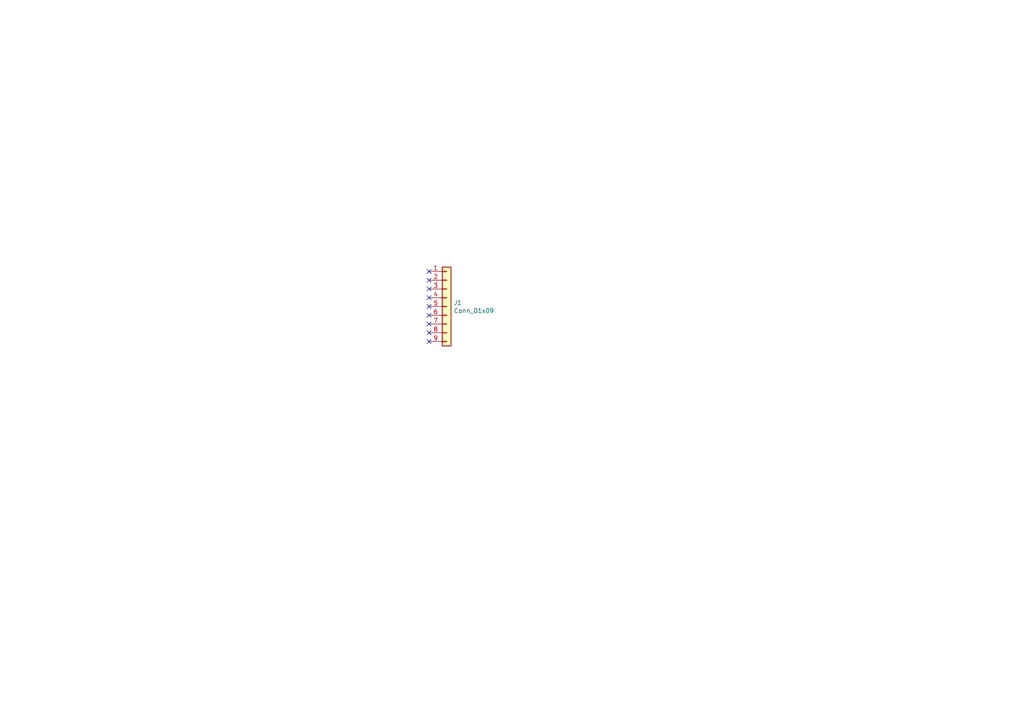
<source format=kicad_sch>
(kicad_sch (version 20230121) (generator eeschema)
  (paper "A4")
  (lib_symbols
    (symbol "Connector_Generic:Conn_01x09" (pin_names (offset 1.016) hide)
      (property "Reference" "J" (at 0 12.7 0))
      (property "Value" "Conn_01x09" (at 0 -12.7 0))
      (symbol "Conn_01x09_1_1"
        (rectangle (start -1.27 -10.033) (end 0 -10.287) (stroke (width 0.1524)))
        (rectangle (start -1.27 -7.493) (end 0 -7.747) (stroke (width 0.1524)))
        (rectangle (start -1.27 -4.953) (end 0 -5.207) (stroke (width 0.1524)))
        (rectangle (start -1.27 -2.413) (end 0 -2.667) (stroke (width 0.1524)))
        (rectangle (start -1.27 0.127) (end 0 -0.127) (stroke (width 0.1524)))
        (rectangle (start -1.27 2.667) (end 0 2.413) (stroke (width 0.1524)))
        (rectangle (start -1.27 5.207) (end 0 4.953) (stroke (width 0.1524)))
        (rectangle (start -1.27 7.747) (end 0 7.493) (stroke (width 0.1524)))
        (rectangle (start -1.27 10.287) (end 0 10.033) (stroke (width 0.1524)))
        (rectangle (start -1.27 11.43) (end 1.27 -11.43) (stroke (width 0.254)) (fill (type background)))
        (pin passive line (at -5.08 10.16 0) (length 3.81) (name "Pin_1") (number "1"))
        (pin passive line (at -5.08 7.62 0) (length 3.81) (name "Pin_2") (number "2"))
        (pin passive line (at -5.08 5.08 0) (length 3.81) (name "Pin_3") (number "3"))
        (pin passive line (at -5.08 2.54 0) (length 3.81) (name "Pin_4") (number "4"))
        (pin passive line (at -5.08 0 0) (length 3.81) (name "Pin_5") (number "5"))
        (pin passive line (at -5.08 -2.54 0) (length 3.81) (name "Pin_6") (number "6"))
        (pin passive line (at -5.08 -5.08 0) (length 3.81) (name "Pin_7") (number "7"))
        (pin passive line (at -5.08 -7.62 0) (length 3.81) (name "Pin_8") (number "8"))
        (pin passive line (at -5.08 -10.16 0) (length 3.81) (name "Pin_9") (number "9"))
      )
    )
  )
  (no_connect (at 124.46 93.98))
  (no_connect (at 124.46 96.52))
  (no_connect (at 124.46 91.44))
  (no_connect (at 124.46 88.9))
  (no_connect (at 124.46 78.74))
  (no_connect (at 124.46 86.36))
  (no_connect (at 124.46 81.28))
  (no_connect (at 124.46 99.06))
  (no_connect (at 124.46 83.82))
  (symbol (lib_id "Connector_Generic:Conn_01x09") (at 129.54 88.9 0) (unit 1)
    (property "Reference" "J1" (at 131.572 87.8332 0) (effects (justify left)))
    (property "Value" "Conn_01x09" (at 131.572 90.1446 0) (effects (justify left)))
    (property "Footprint" "myDevices:NovalTestAdapterPins" (effects hide))
  )
)
</source>
